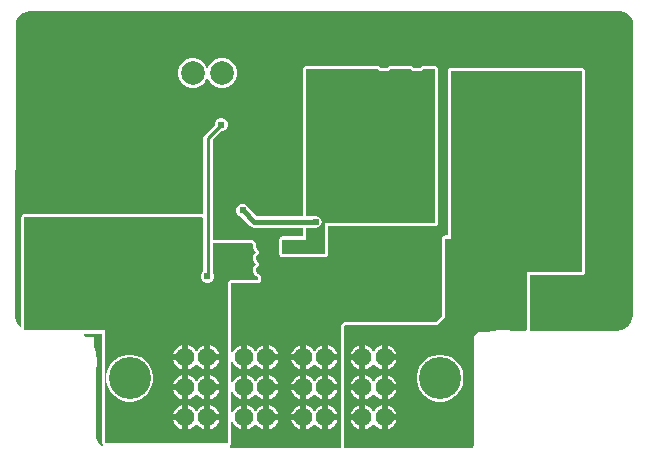
<source format=gbr>
%TF.GenerationSoftware,Altium Limited,Altium Designer,24.2.2 (26)*%
G04 Layer_Physical_Order=4*
G04 Layer_Color=16711680*
%FSLAX45Y45*%
%MOMM*%
%TF.SameCoordinates,49D751E1-909A-4D1D-99CC-CC6D119DB9C5*%
%TF.FilePolarity,Positive*%
%TF.FileFunction,Copper,L4,Bot,Signal*%
%TF.Part,Single*%
G01*
G75*
%TA.AperFunction,Conductor*%
%ADD23C,0.45720*%
%ADD24C,0.25400*%
%TA.AperFunction,ComponentPad*%
%ADD26C,3.56000*%
%ADD27C,1.56000*%
%ADD28C,2.54000*%
%ADD29C,2.00000*%
%TA.AperFunction,ViaPad*%
%ADD30C,1.27000*%
%ADD31C,0.60960*%
%TA.AperFunction,TestPad*%
%ADD32C,0.60960*%
%ADD33C,0.71120*%
G36*
X5433060Y-3944620D02*
X4963160D01*
Y-4434037D01*
X4954167Y-4443004D01*
X4704162Y-4442281D01*
X4702821Y-4442544D01*
X4701470Y-4442343D01*
X4688066Y-4443002D01*
X4684343Y-4443935D01*
X4680503D01*
X4654210Y-4449165D01*
X4649496Y-4451117D01*
X4644494Y-4452112D01*
X4637136Y-4455160D01*
X4551869D01*
X4516946Y-4490083D01*
Y-4611847D01*
X4516186Y-4614884D01*
X4515527Y-4628287D01*
X4515724Y-4629611D01*
X4515465Y-4630925D01*
X4516910Y-5408852D01*
X4516946Y-5409033D01*
Y-5411914D01*
X4515871Y-5417521D01*
X4513743Y-5422744D01*
X4510631Y-5427450D01*
X4506659Y-5431454D01*
X4501978Y-5434602D01*
X4496772Y-5436770D01*
X4491240Y-5437876D01*
X4488528D01*
X3421380Y-5435634D01*
Y-4599940D01*
X3416530Y-4408373D01*
X3425396Y-4399280D01*
X4208780D01*
X4272280Y-4335780D01*
Y-3663676D01*
X4320540D01*
Y-2245360D01*
X4525418D01*
X4534896Y-2247900D01*
X4558304D01*
X4567782Y-2245360D01*
X4779418D01*
X4788896Y-2247900D01*
X4812304D01*
X4821782Y-2245360D01*
X5433060D01*
Y-3944620D01*
D02*
G37*
G36*
X3214950Y-1740894D02*
X3214978Y-1740889D01*
X3215005Y-1740894D01*
X5752120Y-1740902D01*
X5763254D01*
X5785095Y-1745246D01*
X5805668Y-1753768D01*
X5824183Y-1766140D01*
X5839929Y-1781886D01*
X5852300Y-1800401D01*
X5860822Y-1820973D01*
X5865166Y-1842814D01*
Y-1853931D01*
X5864392Y-4299350D01*
X5864394Y-4299358D01*
X5864392Y-4299366D01*
Y-4313731D01*
X5858787Y-4341909D01*
X5847793Y-4368451D01*
X5831832Y-4392339D01*
X5811517Y-4412654D01*
X5787629Y-4428615D01*
X5761087Y-4439610D01*
X5732909Y-4445214D01*
X5718606D01*
X4999449Y-4443135D01*
X4989202Y-4434200D01*
X4989058Y-4434036D01*
Y-3970518D01*
X5433060D01*
X5442970Y-3968547D01*
X5451372Y-3962933D01*
X5456986Y-3954531D01*
X5458957Y-3944620D01*
Y-2245360D01*
X5456986Y-2235450D01*
X5451372Y-2227048D01*
X5442970Y-2221434D01*
X5433060Y-2219463D01*
X4821782D01*
X4818460Y-2220124D01*
X4815080Y-2220345D01*
X4808894Y-2222002D01*
X4792306D01*
X4786120Y-2220345D01*
X4782740Y-2220124D01*
X4779418Y-2219463D01*
X4567782D01*
X4564460Y-2220124D01*
X4561080Y-2220345D01*
X4554894Y-2222002D01*
X4538306D01*
X4532120Y-2220345D01*
X4528740Y-2220124D01*
X4525418Y-2219463D01*
X4320540D01*
X4310629Y-2221434D01*
X4302228Y-2227048D01*
X4296614Y-2235450D01*
X4294642Y-2245360D01*
Y-3637779D01*
X4272280D01*
X4262369Y-3639750D01*
X4253968Y-3645364D01*
X4248354Y-3653766D01*
X4246382Y-3663676D01*
Y-4325053D01*
X4198053Y-4373382D01*
X3425396D01*
X3425233Y-4373415D01*
X3425069Y-4373384D01*
X3420283Y-4374399D01*
X3415486Y-4375354D01*
X3415347Y-4375446D01*
X3415184Y-4375481D01*
X3411153Y-4378249D01*
X3407084Y-4380968D01*
X3406991Y-4381106D01*
X3406854Y-4381201D01*
X3397988Y-4390294D01*
X3397897Y-4390433D01*
X3397760Y-4390530D01*
X3395145Y-4394667D01*
X3392480Y-4398766D01*
X3392450Y-4398930D01*
X3392361Y-4399071D01*
X3391530Y-4403883D01*
X3390635Y-4408701D01*
X3390669Y-4408864D01*
X3390641Y-4409029D01*
X3395482Y-4600264D01*
Y-5426590D01*
X3386493Y-5435561D01*
X2455917Y-5433606D01*
X2448979Y-5421828D01*
X2449111Y-5420891D01*
X2456712Y-5415812D01*
X2462326Y-5407411D01*
X2464298Y-5397500D01*
Y-5219488D01*
X2476626Y-5216431D01*
X2490239Y-5240009D01*
X2509491Y-5259260D01*
X2533069Y-5272873D01*
X2547580Y-5276762D01*
Y-5176520D01*
Y-5076278D01*
X2533069Y-5080167D01*
X2509491Y-5093779D01*
X2490239Y-5113031D01*
X2476626Y-5136609D01*
X2464298Y-5133552D01*
Y-4965488D01*
X2476626Y-4962431D01*
X2490239Y-4986009D01*
X2509491Y-5005260D01*
X2533069Y-5018873D01*
X2547580Y-5022762D01*
Y-4922520D01*
Y-4822278D01*
X2533069Y-4826167D01*
X2509491Y-4839779D01*
X2490239Y-4859031D01*
X2476626Y-4882609D01*
X2464298Y-4879552D01*
Y-4711488D01*
X2476626Y-4708431D01*
X2490239Y-4732009D01*
X2509491Y-4751261D01*
X2533069Y-4764873D01*
X2547580Y-4768762D01*
Y-4668520D01*
Y-4568278D01*
X2533069Y-4572167D01*
X2509491Y-4585779D01*
X2490239Y-4605031D01*
X2476626Y-4628609D01*
X2464298Y-4625552D01*
Y-4041707D01*
X2464367Y-4041638D01*
X2687320D01*
X2697231Y-4039666D01*
X2705632Y-4034052D01*
X2711246Y-4025651D01*
X2713218Y-4015740D01*
Y-3989055D01*
X2711246Y-3979144D01*
X2705632Y-3970743D01*
X2697231Y-3965129D01*
X2688819Y-3961644D01*
X2678956Y-3951781D01*
X2673617Y-3938894D01*
Y-3924946D01*
X2678956Y-3912059D01*
X2691582Y-3899432D01*
X2697196Y-3891031D01*
X2699167Y-3881120D01*
X2697196Y-3871209D01*
X2691582Y-3862808D01*
X2678956Y-3850181D01*
X2673617Y-3837294D01*
Y-3823346D01*
X2678956Y-3810459D01*
X2691582Y-3797832D01*
X2697196Y-3789431D01*
X2699167Y-3779520D01*
X2697196Y-3769609D01*
X2691582Y-3761208D01*
X2678956Y-3748581D01*
X2673617Y-3735694D01*
Y-3716797D01*
X2673690Y-3716434D01*
X2673192Y-3713925D01*
Y-3711367D01*
X2672219Y-3709017D01*
X2671724Y-3706522D01*
X2670304Y-3704395D01*
X2669325Y-3702032D01*
X2662270Y-3691472D01*
X2660466Y-3689668D01*
X2659049Y-3687548D01*
X2656928Y-3686131D01*
X2655124Y-3684327D01*
X2652768Y-3683351D01*
X2650647Y-3681934D01*
X2648145Y-3681436D01*
X2645789Y-3680460D01*
X2643238D01*
X2640736Y-3679962D01*
X2304527D01*
Y-2827871D01*
X2376497Y-2755900D01*
X2388555D01*
X2409093Y-2747393D01*
X2424813Y-2731673D01*
X2433320Y-2711135D01*
Y-2688905D01*
X2424813Y-2668367D01*
X2409093Y-2652647D01*
X2388555Y-2644140D01*
X2366325D01*
X2345787Y-2652647D01*
X2330067Y-2668367D01*
X2321560Y-2688905D01*
Y-2700963D01*
X2238211Y-2784311D01*
X2229791Y-2796914D01*
X2226833Y-2811780D01*
Y-3443611D01*
X2217905Y-3453895D01*
X2217795Y-3453993D01*
X711151Y-3456847D01*
X706210Y-3457839D01*
X701289Y-3458818D01*
X701268Y-3458832D01*
X701244Y-3458837D01*
X697103Y-3461615D01*
X692887Y-3464432D01*
X692873Y-3464453D01*
X692853Y-3464467D01*
X690069Y-3468650D01*
X687273Y-3472834D01*
X687269Y-3472858D01*
X687255Y-3472879D01*
X686276Y-3477849D01*
X685302Y-3482744D01*
Y-4403658D01*
X672602Y-4408919D01*
X663598Y-4399914D01*
X650045Y-4379632D01*
X640711Y-4357096D01*
X635952Y-4333172D01*
Y-4320995D01*
X636886Y-1863851D01*
X636884Y-1863841D01*
X636886Y-1863831D01*
Y-1851468D01*
X641710Y-1827216D01*
X651172Y-1804373D01*
X664909Y-1783813D01*
X682394Y-1766329D01*
X702954Y-1752591D01*
X725797Y-1743129D01*
X750049Y-1738305D01*
X762357D01*
X3214950Y-1740894D01*
D02*
G37*
G36*
X2226833Y-3488862D02*
Y-3940000D01*
X2213227Y-3953607D01*
X2204720Y-3974145D01*
Y-3996375D01*
X2213227Y-4016913D01*
X2228947Y-4032633D01*
X2249485Y-4041140D01*
X2271715D01*
X2292253Y-4032633D01*
X2307973Y-4016913D01*
X2316480Y-3996375D01*
Y-3974145D01*
X2307973Y-3953607D01*
X2304527Y-3950160D01*
Y-3705860D01*
X2640736D01*
X2647792Y-3716420D01*
X2647720Y-3716594D01*
Y-3740846D01*
X2657001Y-3763251D01*
X2673269Y-3779520D01*
X2657001Y-3795789D01*
X2647720Y-3818194D01*
Y-3842446D01*
X2657001Y-3864851D01*
X2673269Y-3881120D01*
X2657001Y-3897389D01*
X2647720Y-3919794D01*
Y-3944046D01*
X2657001Y-3966451D01*
X2674149Y-3983599D01*
X2687320Y-3989055D01*
Y-4015740D01*
X2453640D01*
X2438400Y-4030980D01*
Y-5397500D01*
X1402080D01*
X1391920Y-5387340D01*
Y-4442460D01*
X735782D01*
X723665Y-4440050D01*
X711200Y-4434887D01*
Y-3482744D01*
X2217845Y-3479891D01*
X2226833Y-3488862D01*
D02*
G37*
G36*
X1366022Y-5387340D02*
X1367994Y-5397251D01*
X1373608Y-5405652D01*
X1378136Y-5410181D01*
X1370942Y-5420947D01*
X1370694Y-5420845D01*
X1355477Y-5410677D01*
X1342536Y-5397736D01*
X1332367Y-5382518D01*
X1325364Y-5365610D01*
X1321793Y-5347660D01*
Y-5338509D01*
X1321793Y-5338508D01*
X1321793Y-5338507D01*
X1321779Y-4831593D01*
X1322739Y-4680958D01*
X1322464Y-4679526D01*
X1322678Y-4678085D01*
X1321781Y-4659839D01*
X1320848Y-4656115D01*
Y-4652276D01*
X1313729Y-4616483D01*
X1311776Y-4611769D01*
X1310781Y-4606766D01*
X1297940Y-4575764D01*
Y-4495800D01*
X1233803D01*
X1231658Y-4493655D01*
X1212805Y-4481058D01*
X1216657Y-4468358D01*
X1366022D01*
Y-5387340D01*
D02*
G37*
%LPC*%
G36*
X3735580Y-4568278D02*
X3721069Y-4572167D01*
X3697491Y-4585779D01*
X3678240Y-4605031D01*
X3673330Y-4613534D01*
X3660630D01*
X3655720Y-4605031D01*
X3636469Y-4585779D01*
X3612891Y-4572167D01*
X3598380Y-4568278D01*
Y-4668520D01*
Y-4768762D01*
X3612891Y-4764873D01*
X3636469Y-4751261D01*
X3655720Y-4732009D01*
X3660630Y-4723506D01*
X3673330D01*
X3678240Y-4732009D01*
X3697491Y-4751261D01*
X3721069Y-4764873D01*
X3735580Y-4768762D01*
Y-4668520D01*
Y-4568278D01*
D02*
G37*
G36*
X3786380D02*
Y-4643120D01*
X3861222D01*
X3857333Y-4628609D01*
X3843721Y-4605031D01*
X3824469Y-4585779D01*
X3800891Y-4572167D01*
X3786380Y-4568278D01*
D02*
G37*
G36*
X3547580D02*
X3533069Y-4572167D01*
X3509491Y-4585779D01*
X3490239Y-4605031D01*
X3476627Y-4628609D01*
X3472738Y-4643120D01*
X3547580D01*
Y-4568278D01*
D02*
G37*
G36*
X3861222Y-4693920D02*
X3786380D01*
Y-4768762D01*
X3800891Y-4764873D01*
X3824469Y-4751261D01*
X3843721Y-4732009D01*
X3857333Y-4708431D01*
X3861222Y-4693920D01*
D02*
G37*
G36*
X3547580D02*
X3472738D01*
X3476627Y-4708431D01*
X3490239Y-4732009D01*
X3509491Y-4751261D01*
X3533069Y-4764873D01*
X3547580Y-4768762D01*
Y-4693920D01*
D02*
G37*
G36*
X3735580Y-4822278D02*
X3721069Y-4826167D01*
X3697491Y-4839779D01*
X3678240Y-4859031D01*
X3673330Y-4867534D01*
X3660630D01*
X3655720Y-4859031D01*
X3636469Y-4839779D01*
X3612891Y-4826167D01*
X3598380Y-4822278D01*
Y-4922520D01*
Y-5022762D01*
X3612891Y-5018873D01*
X3636469Y-5005260D01*
X3655720Y-4986009D01*
X3660630Y-4977506D01*
X3673330D01*
X3678240Y-4986009D01*
X3697491Y-5005260D01*
X3721069Y-5018873D01*
X3735580Y-5022762D01*
Y-4922520D01*
Y-4822278D01*
D02*
G37*
G36*
X3786380D02*
Y-4897120D01*
X3861222D01*
X3857333Y-4882609D01*
X3843721Y-4859031D01*
X3824469Y-4839779D01*
X3800891Y-4826167D01*
X3786380Y-4822278D01*
D02*
G37*
G36*
X3547580D02*
X3533069Y-4826167D01*
X3509491Y-4839779D01*
X3490239Y-4859031D01*
X3476627Y-4882609D01*
X3472738Y-4897120D01*
X3547580D01*
Y-4822278D01*
D02*
G37*
G36*
X3861222Y-4947920D02*
X3786380D01*
Y-5022762D01*
X3800891Y-5018873D01*
X3824469Y-5005260D01*
X3843721Y-4986009D01*
X3857333Y-4962431D01*
X3861222Y-4947920D01*
D02*
G37*
G36*
X3547580D02*
X3472738D01*
X3476627Y-4962431D01*
X3490239Y-4986009D01*
X3509491Y-5005260D01*
X3533069Y-5018873D01*
X3547580Y-5022762D01*
Y-4947920D01*
D02*
G37*
G36*
X4250513Y-4648200D02*
X4211447D01*
X4173132Y-4655821D01*
X4137040Y-4670771D01*
X4104558Y-4692475D01*
X4076935Y-4720098D01*
X4055231Y-4752580D01*
X4040281Y-4788672D01*
X4032660Y-4826987D01*
Y-4866053D01*
X4040281Y-4904368D01*
X4055231Y-4940460D01*
X4076935Y-4972942D01*
X4104558Y-5000565D01*
X4137040Y-5022269D01*
X4173132Y-5037219D01*
X4211447Y-5044840D01*
X4250513D01*
X4288828Y-5037219D01*
X4324919Y-5022269D01*
X4357401Y-5000565D01*
X4385025Y-4972942D01*
X4406729Y-4940460D01*
X4421678Y-4904368D01*
X4429300Y-4866053D01*
Y-4826987D01*
X4421678Y-4788672D01*
X4406729Y-4752580D01*
X4385025Y-4720098D01*
X4357401Y-4692475D01*
X4324919Y-4670771D01*
X4288828Y-4655821D01*
X4250513Y-4648200D01*
D02*
G37*
G36*
X3735580Y-5076278D02*
X3721069Y-5080167D01*
X3697491Y-5093779D01*
X3678240Y-5113031D01*
X3673330Y-5121534D01*
X3660630D01*
X3655720Y-5113031D01*
X3636469Y-5093779D01*
X3612891Y-5080167D01*
X3598380Y-5076278D01*
Y-5176520D01*
Y-5276762D01*
X3612891Y-5272873D01*
X3636469Y-5259260D01*
X3655720Y-5240009D01*
X3660630Y-5231506D01*
X3673330D01*
X3678240Y-5240009D01*
X3697491Y-5259260D01*
X3721069Y-5272873D01*
X3735580Y-5276762D01*
Y-5176520D01*
Y-5076278D01*
D02*
G37*
G36*
X3786380D02*
Y-5151120D01*
X3861222D01*
X3857333Y-5136609D01*
X3843721Y-5113031D01*
X3824469Y-5093779D01*
X3800891Y-5080167D01*
X3786380Y-5076278D01*
D02*
G37*
G36*
X3547580D02*
X3533069Y-5080167D01*
X3509491Y-5093779D01*
X3490239Y-5113031D01*
X3476627Y-5136609D01*
X3472738Y-5151120D01*
X3547580D01*
Y-5076278D01*
D02*
G37*
G36*
X3861222Y-5201920D02*
X3786380D01*
Y-5276762D01*
X3800891Y-5272873D01*
X3824469Y-5259260D01*
X3843721Y-5240009D01*
X3857333Y-5216431D01*
X3861222Y-5201920D01*
D02*
G37*
G36*
X3547580D02*
X3472738D01*
X3476627Y-5216431D01*
X3490239Y-5240009D01*
X3509491Y-5259260D01*
X3533069Y-5272873D01*
X3547580Y-5276762D01*
Y-5201920D01*
D02*
G37*
G36*
X4184868Y-2204222D02*
X4093204D01*
X4091457Y-2204570D01*
X4089805Y-2204462D01*
X4086699Y-2205516D01*
X4083293Y-2206194D01*
X4081837Y-2207167D01*
X4080237Y-2207710D01*
X4062918Y-2217709D01*
X4046894Y-2222002D01*
X4030306D01*
X4014282Y-2217709D01*
X3996963Y-2207710D01*
X3995363Y-2207167D01*
X3993907Y-2206194D01*
X3990501Y-2205516D01*
X3987394Y-2204462D01*
X3985743Y-2204570D01*
X3983996Y-2204222D01*
X3813804D01*
X3812057Y-2204570D01*
X3810405Y-2204462D01*
X3807299Y-2205516D01*
X3803893Y-2206194D01*
X3802437Y-2207167D01*
X3800837Y-2207710D01*
X3783518Y-2217709D01*
X3767494Y-2222002D01*
X3750906D01*
X3734882Y-2217709D01*
X3717563Y-2207710D01*
X3715963Y-2207167D01*
X3714507Y-2206194D01*
X3711101Y-2205516D01*
X3707994Y-2204462D01*
X3706343Y-2204570D01*
X3704596Y-2204222D01*
X3095373D01*
X3085462Y-2206194D01*
X3077060Y-2211808D01*
X3071446Y-2220209D01*
X3069475Y-2230120D01*
Y-3473775D01*
X2677221D01*
X2614367Y-3410921D01*
X2607693Y-3394807D01*
X2591973Y-3379087D01*
X2571435Y-3370580D01*
X2549205D01*
X2528667Y-3379087D01*
X2512947Y-3394807D01*
X2504440Y-3415345D01*
Y-3437575D01*
X2512947Y-3458113D01*
X2528667Y-3473833D01*
X2544781Y-3480507D01*
X2622047Y-3557773D01*
X2638010Y-3568440D01*
X2656840Y-3572185D01*
X3069475D01*
Y-3646445D01*
X2895600D01*
X2885689Y-3648416D01*
X2877288Y-3654030D01*
X2871674Y-3662432D01*
X2869702Y-3672342D01*
Y-3796662D01*
X2871674Y-3806573D01*
X2877288Y-3814975D01*
X2885689Y-3820589D01*
X2895600Y-3822560D01*
X3258820Y-3822561D01*
X3268730Y-3820590D01*
X3277132Y-3814976D01*
X3282746Y-3806574D01*
X3284717Y-3796663D01*
X3284717Y-3559038D01*
X4185920D01*
X4195831Y-3557066D01*
X4204232Y-3551452D01*
X4209846Y-3543051D01*
X4211818Y-3533140D01*
Y-3313115D01*
Y-3290885D01*
Y-3033715D01*
Y-3011485D01*
Y-2779715D01*
Y-2757485D01*
Y-2500315D01*
Y-2478085D01*
Y-2232659D01*
X4209846Y-2222750D01*
X4209846Y-2222749D01*
X4208793Y-2220208D01*
X4203180Y-2211808D01*
X4203179Y-2211807D01*
X4200045Y-2209713D01*
X4194778Y-2206194D01*
X4192752Y-2205791D01*
X4184868Y-2204222D01*
D02*
G37*
G36*
X2403029Y-2135200D02*
X2370011D01*
X2338117Y-2143746D01*
X2309523Y-2160255D01*
X2286175Y-2183603D01*
X2269666Y-2212198D01*
X2267870Y-2218899D01*
X2255170D01*
X2253374Y-2212198D01*
X2236865Y-2183603D01*
X2213517Y-2160255D01*
X2184922Y-2143746D01*
X2153029Y-2135200D01*
X2120011D01*
X2088117Y-2143746D01*
X2059523Y-2160255D01*
X2036175Y-2183603D01*
X2019666Y-2212198D01*
X2011120Y-2244091D01*
Y-2277109D01*
X2019666Y-2309002D01*
X2036175Y-2337597D01*
X2059523Y-2360945D01*
X2088117Y-2377454D01*
X2120011Y-2386000D01*
X2153029D01*
X2184922Y-2377454D01*
X2213517Y-2360945D01*
X2236865Y-2337597D01*
X2253374Y-2309002D01*
X2255170Y-2302301D01*
X2267870D01*
X2269666Y-2309002D01*
X2286175Y-2337597D01*
X2309523Y-2360945D01*
X2338117Y-2377454D01*
X2370011Y-2386000D01*
X2403029D01*
X2434922Y-2377454D01*
X2463517Y-2360945D01*
X2486865Y-2337597D01*
X2503374Y-2309002D01*
X2511920Y-2277109D01*
Y-2244091D01*
X2503374Y-2212198D01*
X2486865Y-2183603D01*
X2463517Y-2160255D01*
X2434922Y-2143746D01*
X2403029Y-2135200D01*
D02*
G37*
G36*
X3235580Y-4568278D02*
X3221069Y-4572167D01*
X3197491Y-4585779D01*
X3178240Y-4605031D01*
X3173330Y-4613534D01*
X3160630D01*
X3155720Y-4605031D01*
X3136469Y-4585779D01*
X3112891Y-4572167D01*
X3098380Y-4568278D01*
Y-4668520D01*
Y-4768762D01*
X3112891Y-4764873D01*
X3136469Y-4751261D01*
X3155720Y-4732009D01*
X3160630Y-4723506D01*
X3173330D01*
X3178240Y-4732009D01*
X3197491Y-4751261D01*
X3221069Y-4764873D01*
X3235580Y-4768762D01*
Y-4668520D01*
Y-4568278D01*
D02*
G37*
G36*
X2735580D02*
X2721069Y-4572167D01*
X2697491Y-4585779D01*
X2678240Y-4605031D01*
X2673330Y-4613534D01*
X2660630D01*
X2655720Y-4605031D01*
X2636469Y-4585779D01*
X2612891Y-4572167D01*
X2598380Y-4568278D01*
Y-4668520D01*
Y-4768762D01*
X2612891Y-4764873D01*
X2636469Y-4751261D01*
X2655720Y-4732009D01*
X2660630Y-4723506D01*
X2673330D01*
X2678240Y-4732009D01*
X2697491Y-4751261D01*
X2721069Y-4764873D01*
X2735580Y-4768762D01*
Y-4668520D01*
Y-4568278D01*
D02*
G37*
G36*
X3286380D02*
Y-4643120D01*
X3361222D01*
X3357333Y-4628609D01*
X3343721Y-4605031D01*
X3324469Y-4585779D01*
X3300891Y-4572167D01*
X3286380Y-4568278D01*
D02*
G37*
G36*
X3047580D02*
X3033069Y-4572167D01*
X3009491Y-4585779D01*
X2990239Y-4605031D01*
X2976627Y-4628609D01*
X2972738Y-4643120D01*
X3047580D01*
Y-4568278D01*
D02*
G37*
G36*
X2786380D02*
Y-4643120D01*
X2861222D01*
X2857333Y-4628609D01*
X2843720Y-4605031D01*
X2824469Y-4585779D01*
X2800891Y-4572167D01*
X2786380Y-4568278D01*
D02*
G37*
G36*
X3361222Y-4693920D02*
X3286380D01*
Y-4768762D01*
X3300891Y-4764873D01*
X3324469Y-4751261D01*
X3343721Y-4732009D01*
X3357333Y-4708431D01*
X3361222Y-4693920D01*
D02*
G37*
G36*
X3047580D02*
X2972738D01*
X2976627Y-4708431D01*
X2990239Y-4732009D01*
X3009491Y-4751261D01*
X3033069Y-4764873D01*
X3047580Y-4768762D01*
Y-4693920D01*
D02*
G37*
G36*
X2861222D02*
X2786380D01*
Y-4768762D01*
X2800891Y-4764873D01*
X2824469Y-4751261D01*
X2843720Y-4732009D01*
X2857333Y-4708431D01*
X2861222Y-4693920D01*
D02*
G37*
G36*
X3235580Y-4822278D02*
X3221069Y-4826167D01*
X3197491Y-4839779D01*
X3178240Y-4859031D01*
X3173330Y-4867534D01*
X3160630D01*
X3155720Y-4859031D01*
X3136469Y-4839779D01*
X3112891Y-4826167D01*
X3098380Y-4822278D01*
Y-4922520D01*
Y-5022762D01*
X3112891Y-5018873D01*
X3136469Y-5005260D01*
X3155720Y-4986009D01*
X3160630Y-4977506D01*
X3173330D01*
X3178240Y-4986009D01*
X3197491Y-5005260D01*
X3221069Y-5018873D01*
X3235580Y-5022762D01*
Y-4922520D01*
Y-4822278D01*
D02*
G37*
G36*
X2735580D02*
X2721069Y-4826167D01*
X2697491Y-4839779D01*
X2678240Y-4859031D01*
X2673330Y-4867534D01*
X2660630D01*
X2655720Y-4859031D01*
X2636469Y-4839779D01*
X2612891Y-4826167D01*
X2598380Y-4822278D01*
Y-4922520D01*
Y-5022762D01*
X2612891Y-5018873D01*
X2636469Y-5005260D01*
X2655720Y-4986009D01*
X2660630Y-4977506D01*
X2673330D01*
X2678240Y-4986009D01*
X2697491Y-5005260D01*
X2721069Y-5018873D01*
X2735580Y-5022762D01*
Y-4922520D01*
Y-4822278D01*
D02*
G37*
G36*
X3286380D02*
Y-4897120D01*
X3361222D01*
X3357333Y-4882609D01*
X3343721Y-4859031D01*
X3324469Y-4839779D01*
X3300891Y-4826167D01*
X3286380Y-4822278D01*
D02*
G37*
G36*
X3047580D02*
X3033069Y-4826167D01*
X3009491Y-4839779D01*
X2990239Y-4859031D01*
X2976627Y-4882609D01*
X2972738Y-4897120D01*
X3047580D01*
Y-4822278D01*
D02*
G37*
G36*
X2786380D02*
Y-4897120D01*
X2861222D01*
X2857333Y-4882609D01*
X2843720Y-4859031D01*
X2824469Y-4839779D01*
X2800891Y-4826167D01*
X2786380Y-4822278D01*
D02*
G37*
G36*
X3361222Y-4947920D02*
X3286380D01*
Y-5022762D01*
X3300891Y-5018873D01*
X3324469Y-5005260D01*
X3343721Y-4986009D01*
X3357333Y-4962431D01*
X3361222Y-4947920D01*
D02*
G37*
G36*
X3047580D02*
X2972738D01*
X2976627Y-4962431D01*
X2990239Y-4986009D01*
X3009491Y-5005260D01*
X3033069Y-5018873D01*
X3047580Y-5022762D01*
Y-4947920D01*
D02*
G37*
G36*
X2861222D02*
X2786380D01*
Y-5022762D01*
X2800891Y-5018873D01*
X2824469Y-5005260D01*
X2843720Y-4986009D01*
X2857333Y-4962431D01*
X2861222Y-4947920D01*
D02*
G37*
G36*
X3235580Y-5076278D02*
X3221069Y-5080167D01*
X3197491Y-5093779D01*
X3178240Y-5113031D01*
X3173330Y-5121534D01*
X3160630D01*
X3155720Y-5113031D01*
X3136469Y-5093779D01*
X3112891Y-5080167D01*
X3098380Y-5076278D01*
Y-5176520D01*
Y-5276762D01*
X3112891Y-5272873D01*
X3136469Y-5259260D01*
X3155720Y-5240009D01*
X3160630Y-5231506D01*
X3173330D01*
X3178240Y-5240009D01*
X3197491Y-5259260D01*
X3221069Y-5272873D01*
X3235580Y-5276762D01*
Y-5176520D01*
Y-5076278D01*
D02*
G37*
G36*
X2735580D02*
X2721069Y-5080167D01*
X2697491Y-5093779D01*
X2678240Y-5113031D01*
X2673330Y-5121534D01*
X2660630D01*
X2655720Y-5113031D01*
X2636469Y-5093779D01*
X2612891Y-5080167D01*
X2598380Y-5076278D01*
Y-5176520D01*
Y-5276762D01*
X2612891Y-5272873D01*
X2636469Y-5259260D01*
X2655720Y-5240009D01*
X2660630Y-5231506D01*
X2673330D01*
X2678240Y-5240009D01*
X2697491Y-5259260D01*
X2721069Y-5272873D01*
X2735580Y-5276762D01*
Y-5176520D01*
Y-5076278D01*
D02*
G37*
G36*
X3286380D02*
Y-5151120D01*
X3361222D01*
X3357333Y-5136609D01*
X3343721Y-5113031D01*
X3324469Y-5093779D01*
X3300891Y-5080167D01*
X3286380Y-5076278D01*
D02*
G37*
G36*
X3047580D02*
X3033069Y-5080167D01*
X3009491Y-5093779D01*
X2990239Y-5113031D01*
X2976627Y-5136609D01*
X2972738Y-5151120D01*
X3047580D01*
Y-5076278D01*
D02*
G37*
G36*
X2786380D02*
Y-5151120D01*
X2861222D01*
X2857333Y-5136609D01*
X2843720Y-5113031D01*
X2824469Y-5093779D01*
X2800891Y-5080167D01*
X2786380Y-5076278D01*
D02*
G37*
G36*
X3361222Y-5201920D02*
X3286380D01*
Y-5276762D01*
X3300891Y-5272873D01*
X3324469Y-5259260D01*
X3343721Y-5240009D01*
X3357333Y-5216431D01*
X3361222Y-5201920D01*
D02*
G37*
G36*
X3047580D02*
X2972738D01*
X2976627Y-5216431D01*
X2990239Y-5240009D01*
X3009491Y-5259260D01*
X3033069Y-5272873D01*
X3047580Y-5276762D01*
Y-5201920D01*
D02*
G37*
G36*
X2861222D02*
X2786380D01*
Y-5276762D01*
X2800891Y-5272873D01*
X2824469Y-5259260D01*
X2843720Y-5240009D01*
X2857333Y-5216431D01*
X2861222Y-5201920D01*
D02*
G37*
%LPD*%
G36*
X4185920Y-2232660D02*
Y-2478085D01*
Y-2500315D01*
Y-2757485D01*
Y-2779715D01*
Y-3011485D01*
Y-3033715D01*
Y-3290885D01*
Y-3313115D01*
Y-3533140D01*
X3258819D01*
X3258820Y-3796663D01*
X2895600Y-3796662D01*
Y-3672342D01*
X3095373D01*
Y-3572185D01*
X3181035D01*
X3199865Y-3568440D01*
X3215829Y-3557773D01*
X3226495Y-3541810D01*
X3230241Y-3522980D01*
X3226495Y-3504150D01*
X3215829Y-3488187D01*
X3199865Y-3477520D01*
X3181035Y-3473775D01*
X3095373D01*
Y-2230120D01*
X3704596D01*
X3704614Y-2230138D01*
X3724886Y-2241842D01*
X3747496Y-2247900D01*
X3770904D01*
X3793514Y-2241842D01*
X3813786Y-2230138D01*
X3813804Y-2230120D01*
X3983996D01*
X3984014Y-2230138D01*
X4004286Y-2241842D01*
X4026896Y-2247900D01*
X4050304D01*
X4072914Y-2241842D01*
X4093186Y-2230138D01*
X4093204Y-2230120D01*
X4184868D01*
X4185920Y-2232660D01*
D02*
G37*
%LPC*%
G36*
X2235580Y-4568278D02*
X2221069Y-4572167D01*
X2197491Y-4585779D01*
X2178239Y-4605031D01*
X2173330Y-4613534D01*
X2160630D01*
X2155720Y-4605031D01*
X2136469Y-4585779D01*
X2112891Y-4572167D01*
X2098380Y-4568278D01*
Y-4668520D01*
Y-4768762D01*
X2112891Y-4764873D01*
X2136469Y-4751261D01*
X2155720Y-4732009D01*
X2160630Y-4723506D01*
X2173330D01*
X2178239Y-4732009D01*
X2197491Y-4751261D01*
X2221069Y-4764873D01*
X2235580Y-4768762D01*
Y-4668520D01*
Y-4568278D01*
D02*
G37*
G36*
X2286380D02*
Y-4643120D01*
X2361222D01*
X2357333Y-4628609D01*
X2343720Y-4605031D01*
X2324469Y-4585779D01*
X2300891Y-4572167D01*
X2286380Y-4568278D01*
D02*
G37*
G36*
X2047580D02*
X2033069Y-4572167D01*
X2009491Y-4585779D01*
X1990239Y-4605031D01*
X1976626Y-4628609D01*
X1972738Y-4643120D01*
X2047580D01*
Y-4568278D01*
D02*
G37*
G36*
X2361222Y-4693920D02*
X2286380D01*
Y-4768762D01*
X2300891Y-4764873D01*
X2324469Y-4751261D01*
X2343720Y-4732009D01*
X2357333Y-4708431D01*
X2361222Y-4693920D01*
D02*
G37*
G36*
X2047580D02*
X1972738D01*
X1976626Y-4708431D01*
X1990239Y-4732009D01*
X2009491Y-4751261D01*
X2033069Y-4764873D01*
X2047580Y-4768762D01*
Y-4693920D01*
D02*
G37*
G36*
X2235580Y-4822278D02*
X2221069Y-4826167D01*
X2197491Y-4839779D01*
X2178239Y-4859031D01*
X2173330Y-4867534D01*
X2160630D01*
X2155720Y-4859031D01*
X2136469Y-4839779D01*
X2112891Y-4826167D01*
X2098380Y-4822278D01*
Y-4922520D01*
Y-5022762D01*
X2112891Y-5018873D01*
X2136469Y-5005260D01*
X2155720Y-4986009D01*
X2160630Y-4977506D01*
X2173330D01*
X2178239Y-4986009D01*
X2197491Y-5005260D01*
X2221069Y-5018873D01*
X2235580Y-5022762D01*
Y-4922520D01*
Y-4822278D01*
D02*
G37*
G36*
X2286380D02*
Y-4897120D01*
X2361222D01*
X2357333Y-4882609D01*
X2343720Y-4859031D01*
X2324469Y-4839779D01*
X2300891Y-4826167D01*
X2286380Y-4822278D01*
D02*
G37*
G36*
X2047580D02*
X2033069Y-4826167D01*
X2009491Y-4839779D01*
X1990239Y-4859031D01*
X1976626Y-4882609D01*
X1972738Y-4897120D01*
X2047580D01*
Y-4822278D01*
D02*
G37*
G36*
X2361222Y-4947920D02*
X2286380D01*
Y-5022762D01*
X2300891Y-5018873D01*
X2324469Y-5005260D01*
X2343720Y-4986009D01*
X2357333Y-4962431D01*
X2361222Y-4947920D01*
D02*
G37*
G36*
X2047580D02*
X1972738D01*
X1976626Y-4962431D01*
X1990239Y-4986009D01*
X2009491Y-5005260D01*
X2033069Y-5018873D01*
X2047580Y-5022762D01*
Y-4947920D01*
D02*
G37*
G36*
X1622513Y-4648200D02*
X1583447D01*
X1545132Y-4655821D01*
X1509040Y-4670771D01*
X1476558Y-4692475D01*
X1448935Y-4720098D01*
X1427231Y-4752580D01*
X1412281Y-4788672D01*
X1404660Y-4826987D01*
Y-4866053D01*
X1412281Y-4904368D01*
X1427231Y-4940460D01*
X1448935Y-4972942D01*
X1476558Y-5000565D01*
X1509040Y-5022269D01*
X1545132Y-5037219D01*
X1583447Y-5044840D01*
X1622513D01*
X1660828Y-5037219D01*
X1696920Y-5022269D01*
X1729402Y-5000565D01*
X1757025Y-4972942D01*
X1778729Y-4940460D01*
X1793679Y-4904368D01*
X1801300Y-4866053D01*
Y-4826987D01*
X1793679Y-4788672D01*
X1778729Y-4752580D01*
X1757025Y-4720098D01*
X1729402Y-4692475D01*
X1696920Y-4670771D01*
X1660828Y-4655821D01*
X1622513Y-4648200D01*
D02*
G37*
G36*
X2235580Y-5076278D02*
X2221069Y-5080167D01*
X2197491Y-5093779D01*
X2178239Y-5113031D01*
X2173330Y-5121534D01*
X2160630D01*
X2155720Y-5113031D01*
X2136469Y-5093779D01*
X2112891Y-5080167D01*
X2098380Y-5076278D01*
Y-5176520D01*
Y-5276762D01*
X2112891Y-5272873D01*
X2136469Y-5259260D01*
X2155720Y-5240009D01*
X2160630Y-5231506D01*
X2173330D01*
X2178239Y-5240009D01*
X2197491Y-5259260D01*
X2221069Y-5272873D01*
X2235580Y-5276762D01*
Y-5176520D01*
Y-5076278D01*
D02*
G37*
G36*
X2286380D02*
Y-5151120D01*
X2361222D01*
X2357333Y-5136609D01*
X2343720Y-5113031D01*
X2324469Y-5093779D01*
X2300891Y-5080167D01*
X2286380Y-5076278D01*
D02*
G37*
G36*
X2047580D02*
X2033069Y-5080167D01*
X2009491Y-5093779D01*
X1990239Y-5113031D01*
X1976626Y-5136609D01*
X1972738Y-5151120D01*
X2047580D01*
Y-5076278D01*
D02*
G37*
G36*
X2361222Y-5201920D02*
X2286380D01*
Y-5276762D01*
X2300891Y-5272873D01*
X2324469Y-5259260D01*
X2343720Y-5240009D01*
X2357333Y-5216431D01*
X2361222Y-5201920D01*
D02*
G37*
G36*
X2047580D02*
X1972738D01*
X1976626Y-5216431D01*
X1990239Y-5240009D01*
X2009491Y-5259260D01*
X2033069Y-5272873D01*
X2047580Y-5276762D01*
Y-5201920D01*
D02*
G37*
%LPD*%
D23*
X2560320Y-3426460D02*
X2656840Y-3522980D01*
X3181035D01*
D24*
X2265680Y-3985260D02*
Y-2811780D01*
X2377440Y-2700020D01*
D26*
X4230980Y-4846520D02*
D03*
X1602980D02*
D03*
D27*
X2260980Y-5176520D02*
D03*
X2072980D02*
D03*
X2260980Y-4922520D02*
D03*
X2072980D02*
D03*
X2260980Y-4668520D02*
D03*
X2072980D02*
D03*
X3760980Y-5176520D02*
D03*
X3572980D02*
D03*
X3760980Y-4922520D02*
D03*
X3572980D02*
D03*
X3760980Y-4668520D02*
D03*
X3572980D02*
D03*
X3260980Y-5176520D02*
D03*
X3072980D02*
D03*
X3260980Y-4922520D02*
D03*
X3072980D02*
D03*
X3260980Y-4668520D02*
D03*
X3072980D02*
D03*
X2760980Y-5176520D02*
D03*
X2572980D02*
D03*
X2760980Y-4922520D02*
D03*
X2572980D02*
D03*
X2760980Y-4668520D02*
D03*
X2572980D02*
D03*
D28*
X1125220Y-4279900D02*
D03*
X4732020Y-3672840D02*
D03*
X2659380Y-2816860D02*
D03*
D29*
X2636520Y-2260600D02*
D03*
X2386520D02*
D03*
X2136520D02*
D03*
D30*
X5613400Y-1938020D02*
D03*
X5336540Y-1917700D02*
D03*
X5062220Y-1925320D02*
D03*
X3469640Y-2405380D02*
D03*
X4866640Y-4333240D02*
D03*
X5143500Y-4328160D02*
D03*
X5669280Y-4325620D02*
D03*
X5433060Y-4333240D02*
D03*
X2164080Y-2997200D02*
D03*
X800100Y-3893820D02*
D03*
X1981200Y-3911600D02*
D03*
X1135380Y-3914140D02*
D03*
X2997200Y-5359400D02*
D03*
X2819400D02*
D03*
X4696460Y-4196080D02*
D03*
X4465320Y-3807460D02*
D03*
X5105400Y-2590800D02*
D03*
X3987800Y-4673600D02*
D03*
X5105400Y-3454400D02*
D03*
Y-3175000D02*
D03*
X4869180Y-3896360D02*
D03*
X3632200Y-4495800D02*
D03*
X4089400D02*
D03*
X4368800Y-4445000D02*
D03*
X4419600Y-5156200D02*
D03*
X4267200Y-5308600D02*
D03*
X4038600D02*
D03*
X4724400Y-3403600D02*
D03*
X4419600D02*
D03*
X4699000Y-2362200D02*
D03*
X4419600D02*
D03*
Y-2717800D02*
D03*
Y-3124200D02*
D03*
X3505200Y-3429000D02*
D03*
X3784600Y-2489200D02*
D03*
X3987800Y-2463800D02*
D03*
X3665920Y-3249560D02*
D03*
X4013200Y-3175000D02*
D03*
X3243580Y-2885440D02*
D03*
X3251200Y-2692400D02*
D03*
X2971800Y-2768600D02*
D03*
X2548988Y-3087119D02*
D03*
X2641600Y-3251200D02*
D03*
X3327400Y-2057400D02*
D03*
X4800600Y-2159000D02*
D03*
X4546600D02*
D03*
X4267200D02*
D03*
X4038600D02*
D03*
X3759200D02*
D03*
X2844800Y-2463800D02*
D03*
X2970455Y-2220017D02*
D03*
X2794000Y-2057400D02*
D03*
X1803400Y-2997200D02*
D03*
X1955800Y-2743200D02*
D03*
X1701800Y-2387600D02*
D03*
X1397000D02*
D03*
X1092200D02*
D03*
X1701800Y-2082800D02*
D03*
X1397000D02*
D03*
X3263900Y-2400300D02*
D03*
X1092200Y-2082800D02*
D03*
X1854200Y-4711700D02*
D03*
X1841500Y-5219700D02*
D03*
X1549400Y-5207000D02*
D03*
X2222500Y-4221480D02*
D03*
X1567180Y-3919220D02*
D03*
X873760Y-4213860D02*
D03*
X1785620Y-4218940D02*
D03*
X1361440Y-4216400D02*
D03*
D31*
X2560320Y-3426460D02*
D03*
X3181035Y-3522980D02*
D03*
X4241800Y-3302000D02*
D03*
Y-3022600D02*
D03*
Y-2768600D02*
D03*
Y-2489200D02*
D03*
D32*
X2260600Y-3985260D02*
D03*
X2377440Y-2700020D02*
D03*
D33*
X2708680Y-3728720D02*
D03*
X2832880D02*
D03*
X2708680Y-3830320D02*
D03*
X2832880D02*
D03*
X2708680Y-3931920D02*
D03*
X2832880D02*
D03*
%TF.MD5,fdfe00beefa48658fd448349a16f0a44*%
M02*

</source>
